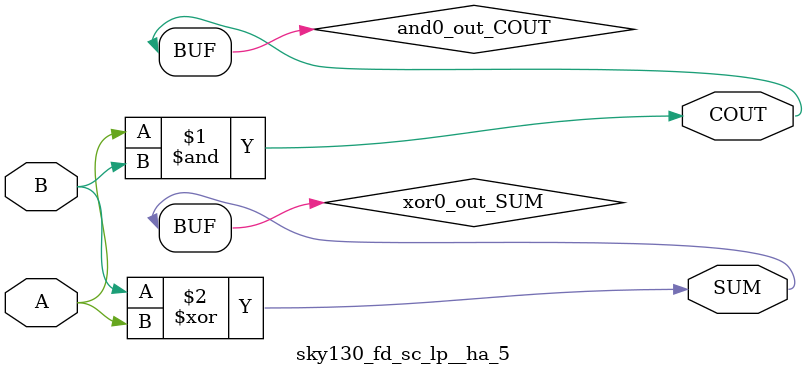
<source format=v>
module sky130_fd_sc_lp__ha_5 (
    COUT,
    SUM ,
    A   ,
    B
);
    output COUT;
    output SUM ;
    input  A   ;
    input  B   ;
    wire and0_out_COUT;
    wire xor0_out_SUM ;
    and and0 (and0_out_COUT, A, B           );
    buf buf0 (COUT         , and0_out_COUT  );
    xor xor0 (xor0_out_SUM , B, A           );
    buf buf1 (SUM          , xor0_out_SUM   );
endmodule
</source>
